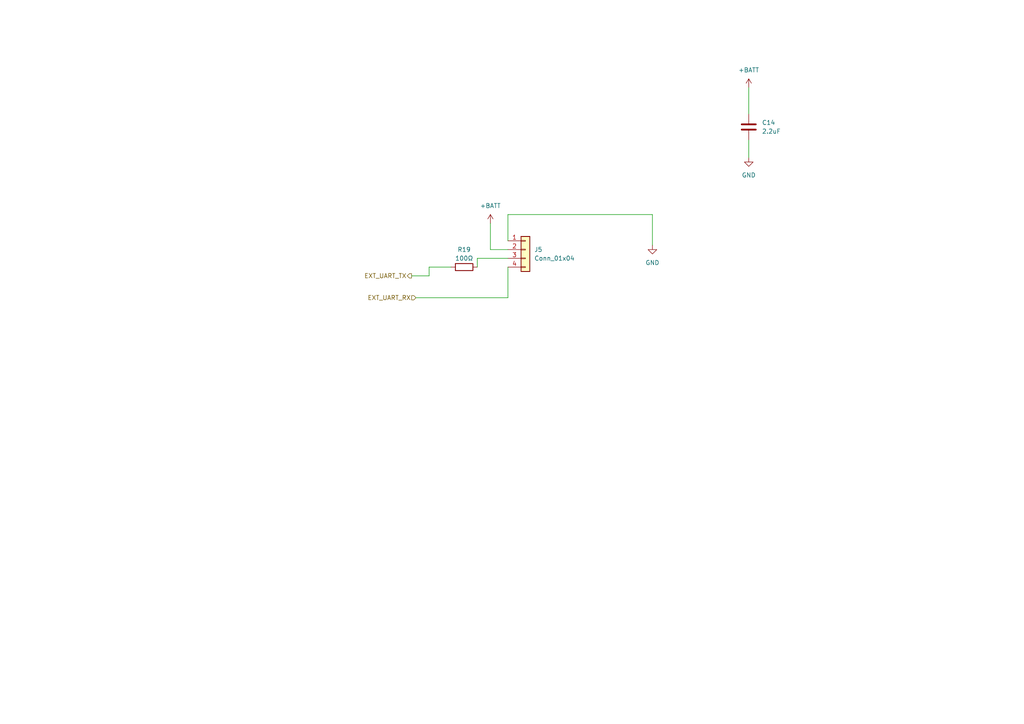
<source format=kicad_sch>
(kicad_sch (version 20230121) (generator eeschema)
  (paper "A4")
  (lib_symbols
    (symbol "Connector_Generic:Conn_01x04" (pin_names (offset 1.016) hide)
      (property "Reference" "J" (at 0 5.08 0))
      (property "Value" "Conn_01x04" (at 0 -7.62 0))
      (symbol "Conn_01x04_1_1"
        (rectangle (start -1.27 -4.953) (end 0 -5.207) (stroke (width 0.1524)))
        (rectangle (start -1.27 -2.413) (end 0 -2.667) (stroke (width 0.1524)))
        (rectangle (start -1.27 0.127) (end 0 -0.127) (stroke (width 0.1524)))
        (rectangle (start -1.27 2.667) (end 0 2.413) (stroke (width 0.1524)))
        (rectangle (start -1.27 3.81) (end 1.27 -6.35) (stroke (width 0.254)) (fill (type background)))
        (pin passive line (at -5.08 2.54 0) (length 3.81) (name "Pin_1") (number "1"))
        (pin passive line (at -5.08 0 0) (length 3.81) (name "Pin_2") (number "2"))
        (pin passive line (at -5.08 -2.54 0) (length 3.81) (name "Pin_3") (number "3"))
        (pin passive line (at -5.08 -5.08 0) (length 3.81) (name "Pin_4") (number "4"))
      )
    )
    (symbol "Device:C" (pin_numbers hide) (pin_names (offset 0.254))
      (property "Reference" "C" (at 0.635 2.54 0))
      (property "Value" "C" (at 0.635 -2.54 0))
      (symbol "C_0_1"
        (polyline (pts (xy -2.032 -0.762) (xy 2.032 -0.762)) (stroke (width 0.508)))
        (polyline (pts (xy -2.032 0.762) (xy 2.032 0.762)) (stroke (width 0.508)))
      )
      (symbol "C_1_1"
        (pin passive line (at 0 3.81 270) (length 2.794) (name "~") (number "1"))
        (pin passive line (at 0 -3.81 90) (length 2.794) (name "~") (number "2"))
      )
    )
    (symbol "Device:R" (pin_numbers hide) (pin_names (offset 0))
      (property "Reference" "R" (at 2.032 0 90))
      (property "Value" "R" (at 0 0 90))
      (symbol "R_0_1"
        (rectangle (start -1.016 -2.54) (end 1.016 2.54) (stroke (width 0.254)))
      )
      (symbol "R_1_1"
        (pin passive line (at 0 3.81 270) (length 1.27) (name "~") (number "1"))
        (pin passive line (at 0 -3.81 90) (length 1.27) (name "~") (number "2"))
      )
    )
    (symbol "power:+BATT" (power) (pin_names (offset 0))
      (property "Value" "+BATT" (at 0 3.556 0))
      (symbol "+BATT_0_1"
        (polyline (pts (xy -0.762 1.27) (xy 0 2.54)))
        (polyline (pts (xy 0 0) (xy 0 2.54)))
        (polyline (pts (xy 0 2.54) (xy 0.762 1.27)))
      )
      (symbol "+BATT_1_1"
        (pin power_in line (at 0 0 90) (length 0) hide (name "+BATT") (number "1"))
      )
    )
    (symbol "power:GND" (power) (pin_names (offset 0))
      (property "Value" "GND" (at 0 -3.81 0))
      (symbol "GND_0_1"
        (polyline (pts (xy 0 0) (xy 0 -1.27) (xy 1.27 -1.27) (xy 0 -2.54) (xy -1.27 -1.27) (xy 0 -1.27)))
      )
      (symbol "GND_1_1"
        (pin power_in line (at 0 0 270) (length 0) hide (name "GND") (number "1"))
      )
    )
  )
  (wire (pts (xy 217.17 25.4) (xy 217.17 33.02)))
  (wire (pts (xy 124.46 80.01) (xy 119.38 80.01)))
  (wire (pts (xy 217.17 40.64) (xy 217.17 45.72)))
  (wire (pts (xy 120.65 86.36) (xy 147.32 86.36)))
  (wire (pts (xy 124.46 77.47) (xy 130.81 77.47)))
  (wire (pts (xy 189.23 62.23) (xy 147.32 62.23)))
  (wire (pts (xy 142.24 64.77) (xy 142.24 72.39)))
  (wire (pts (xy 189.23 71.12) (xy 189.23 62.23)))
  (wire (pts (xy 147.32 62.23) (xy 147.32 69.85)))
  (wire (pts (xy 147.32 86.36) (xy 147.32 77.47)))
  (wire (pts (xy 138.43 74.93) (xy 138.43 77.47)))
  (wire (pts (xy 124.46 80.01) (xy 124.46 77.47)))
  (wire (pts (xy 147.32 74.93) (xy 138.43 74.93)))
  (wire (pts (xy 142.24 72.39) (xy 147.32 72.39)))
  (hierarchical_label "EXT_UART_TX" (shape output) (at 119.38 80.01 180))
  (hierarchical_label "EXT_UART_RX" (shape input) (at 120.65 86.36 180))
  (symbol (lib_id "Device:R") (at 134.62 77.47 270) (unit 1)
    (property "Reference" "R19" (at 134.62 72.39 90))
    (property "Value" "100Ω\n" (at 134.62 74.93 90))
    (property "Footprint" "Resistor_SMD:R_0603_1608Metric" (effects hide))
  )
  (symbol (lib_id "Device:C") (at 217.17 36.83 180) (unit 1)
    (property "Reference" "C14" (at 220.98 35.56 0) (effects (justify right)))
    (property "Value" "2.2uF" (at 220.98 38.1 0) (effects (justify right)))
    (property "Footprint" "Capacitor_SMD:C_0603_1608Metric" (effects hide))
  )
  (symbol (lib_id "power:GND") (at 189.23 71.12 0) (unit 1)
    (property "Reference" "#PWR031" (effects hide))
    (property "Value" "GND" (at 189.23 76.2 0))
  )
  (symbol (lib_id "Connector_Generic:Conn_01x04") (at 152.4 72.39 0) (unit 1)
    (property "Reference" "J5" (at 154.94 72.39 0) (effects (justify left)))
    (property "Value" "Conn_01x04" (at 154.94 74.93 0) (effects (justify left)))
    (property "Footprint" "Connector_PinHeader_2.54mm:PinHeader_1x04_P2.54mm_Vertical" (effects hide))
  )
  (symbol (lib_id "power:+BATT") (at 217.17 25.4 0) (unit 1)
    (property "Reference" "#PWR032" (effects hide))
    (property "Value" "+BATT" (at 217.17 20.32 0))
  )
  (symbol (lib_id "power:GND") (at 217.17 45.72 0) (unit 1)
    (property "Reference" "#PWR033" (effects hide))
    (property "Value" "GND" (at 217.17 50.8 0))
  )
  (symbol (lib_id "power:+BATT") (at 142.24 64.77 0) (unit 1)
    (property "Reference" "#PWR030" (effects hide))
    (property "Value" "+BATT" (at 142.24 59.69 0))
  )
)
</source>
